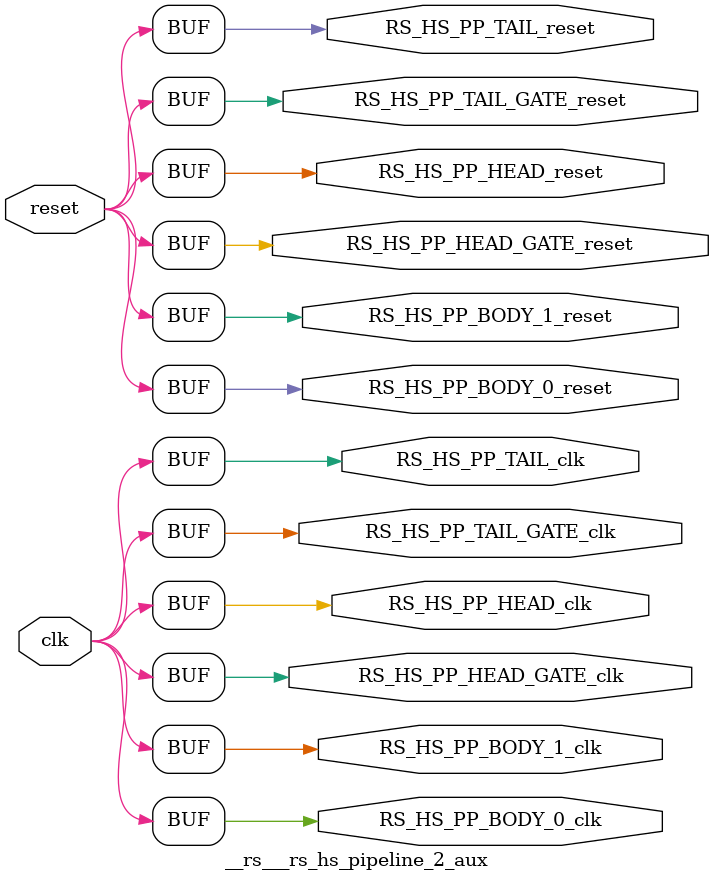
<source format=v>
`timescale 1 ns / 1 ps
module __rs___rs_hs_pipeline_2_aux #(
    parameter DATA_WIDTH                      = 32,
    parameter DEPTH                           = 24,
    parameter PIPELINE_READY_IN_HEAD          = 1,
    parameter PIPELINE_VALID_AND_DATA_IN_HEAD = 0,
    parameter BODY_LEVEL                      = 2,
    parameter EXTRA_PIPELINE_BEFORE_TAIL      = 0,
    parameter MEM_STYLE                       = 0,
    parameter __HEAD_REGION                   = "",
    parameter __BODY_0_REGION                 = "",
    parameter __BODY_1_REGION                 = "",
    parameter __TAIL_REGION                   = "",
    parameter GRACE_PERIOD                    = BODY_LEVEL * 2 + PIPELINE_READY_IN_HEAD + PIPELINE_VALID_AND_DATA_IN_HEAD + EXTRA_PIPELINE_BEFORE_TAIL * 2,
    parameter REAL_DEPTH                      = GRACE_PERIOD + DEPTH + 4,
    parameter REAL_ADDR_WIDTH                 = $clog2 ( REAL_DEPTH )
) (
    output wire RS_HS_PP_BODY_0_clk,
    output wire RS_HS_PP_BODY_0_reset,
    output wire RS_HS_PP_BODY_1_clk,
    output wire RS_HS_PP_BODY_1_reset,
    output wire RS_HS_PP_HEAD_GATE_clk,
    output wire RS_HS_PP_HEAD_GATE_reset,
    output wire RS_HS_PP_HEAD_clk,
    output wire RS_HS_PP_HEAD_reset,
    output wire RS_HS_PP_TAIL_GATE_clk,
    output wire RS_HS_PP_TAIL_GATE_reset,
    output wire RS_HS_PP_TAIL_clk,
    output wire RS_HS_PP_TAIL_reset,
    input wire  clk,
    input wire  reset
);
    wire                  gate_valid;
    wire                  gate_ready;
    wire [DATA_WIDTH-1:0] gate_data ;
    
    wire                  body_outbound_0_valid;
    wire                  body_outbound_0_ready;
    wire [DATA_WIDTH-1:0] body_outbound_0_data ;
    
    wire                  body_outbound_1_valid;
    wire                  body_outbound_1_ready;
    wire [DATA_WIDTH-1:0] body_outbound_1_data ;
    
    wire                  body_outbound_2_valid;
    wire                  body_outbound_2_ready;
    wire [DATA_WIDTH-1:0] body_outbound_2_data ;
    
    wire                  tail_gate_valid;
    wire                  tail_gate_ready;
    wire [DATA_WIDTH-1:0] tail_gate_data ;
  assign RS_HS_PP_HEAD_GATE_clk = clk;
  assign RS_HS_PP_HEAD_GATE_reset = reset;
  assign RS_HS_PP_HEAD_clk = clk;
  assign RS_HS_PP_HEAD_reset = reset;
  assign RS_HS_PP_BODY_0_clk = clk;
  assign RS_HS_PP_BODY_0_reset = reset;
  assign RS_HS_PP_BODY_1_clk = clk;
  assign RS_HS_PP_BODY_1_reset = reset;
  assign RS_HS_PP_TAIL_GATE_clk = clk;
  assign RS_HS_PP_TAIL_GATE_reset = reset;
  assign RS_HS_PP_TAIL_clk = clk;
  assign RS_HS_PP_TAIL_reset = reset;
    
endmodule
</source>
